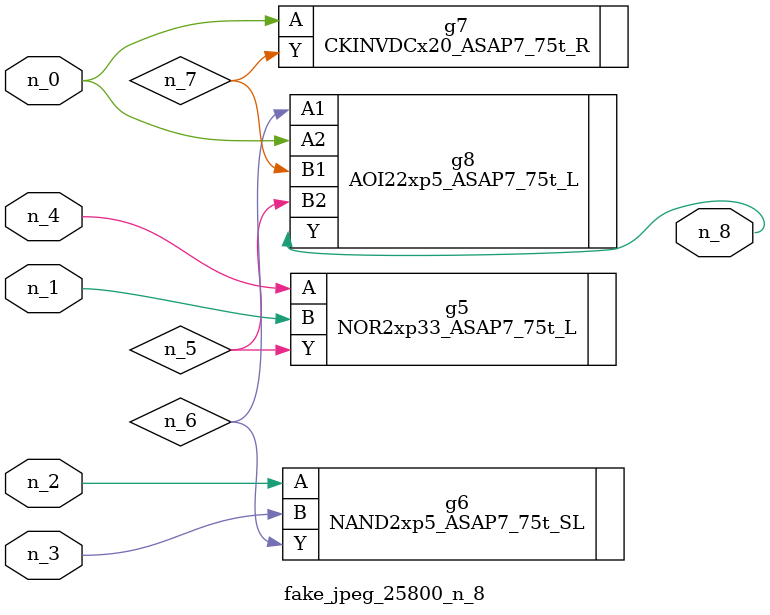
<source format=v>
module fake_jpeg_25800_n_8 (n_3, n_2, n_1, n_0, n_4, n_8);

input n_3;
input n_2;
input n_1;
input n_0;
input n_4;

output n_8;

wire n_6;
wire n_5;
wire n_7;

NOR2xp33_ASAP7_75t_L g5 ( 
.A(n_4),
.B(n_1),
.Y(n_5)
);

NAND2xp5_ASAP7_75t_SL g6 ( 
.A(n_2),
.B(n_3),
.Y(n_6)
);

CKINVDCx20_ASAP7_75t_R g7 ( 
.A(n_0),
.Y(n_7)
);

AOI22xp5_ASAP7_75t_L g8 ( 
.A1(n_6),
.A2(n_0),
.B1(n_7),
.B2(n_5),
.Y(n_8)
);


endmodule
</source>
